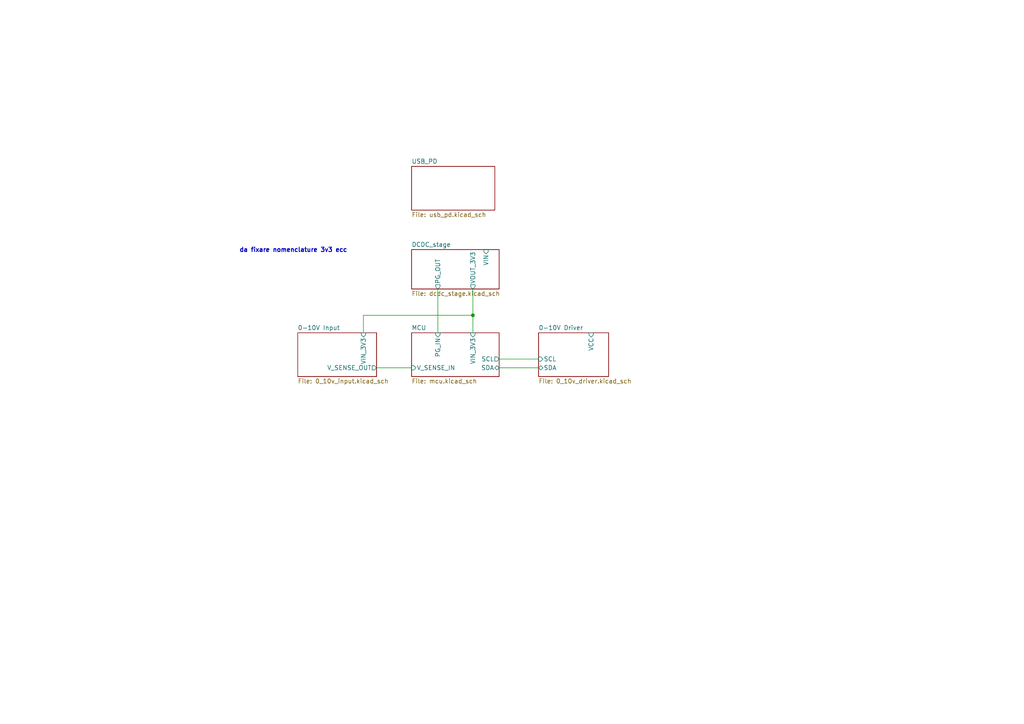
<source format=kicad_sch>
(kicad_sch
	(version 20250114)
	(generator "eeschema")
	(generator_version "9.0")
	(uuid "6bd10cb8-11ca-4919-a8d8-88b44cd4cac7")
	(paper "A4")
	(lib_symbols)
	(text "da fixare nomenclature 3v3 ecc"
		(exclude_from_sim no)
		(at 85.09 72.644 0)
		(effects
			(font
				(size 1.27 1.27)
				(thickness 0.254)
				(bold yes)
			)
		)
		(uuid "8a3247c9-f4e6-48ff-b903-a40254493fa6")
	)
	(junction
		(at 137.16 91.44)
		(diameter 0)
		(color 0 0 0 0)
		(uuid "3712a7d5-bd35-4efe-a796-301dc3a0a38a")
	)
	(wire
		(pts
			(xy 127 83.82) (xy 127 96.52)
		)
		(stroke
			(width 0)
			(type default)
		)
		(uuid "19c18f95-a6a2-45af-ab03-3a2c8be953b1")
	)
	(wire
		(pts
			(xy 137.16 83.82) (xy 137.16 91.44)
		)
		(stroke
			(width 0)
			(type default)
		)
		(uuid "222952ba-eb62-4029-9557-60a2f2cf1302")
	)
	(wire
		(pts
			(xy 156.21 104.14) (xy 144.78 104.14)
		)
		(stroke
			(width 0)
			(type default)
		)
		(uuid "3cc5b06f-41f0-482c-9459-1b759b63e6ed")
	)
	(wire
		(pts
			(xy 144.78 106.68) (xy 156.21 106.68)
		)
		(stroke
			(width 0)
			(type default)
		)
		(uuid "3e27105e-1cc5-42df-91e7-10502a4567d8")
	)
	(wire
		(pts
			(xy 105.41 96.52) (xy 105.41 91.44)
		)
		(stroke
			(width 0)
			(type default)
		)
		(uuid "6fc90c43-3fc6-4907-ae4c-1478ee6cdebf")
	)
	(wire
		(pts
			(xy 109.22 106.68) (xy 119.38 106.68)
		)
		(stroke
			(width 0)
			(type default)
		)
		(uuid "7bd1f4b2-3660-48e8-b829-de54ea20d8ca")
	)
	(wire
		(pts
			(xy 137.16 91.44) (xy 137.16 96.52)
		)
		(stroke
			(width 0)
			(type default)
		)
		(uuid "c933089d-4ed0-4530-9c70-72502b26a9f2")
	)
	(wire
		(pts
			(xy 105.41 91.44) (xy 137.16 91.44)
		)
		(stroke
			(width 0)
			(type default)
		)
		(uuid "d03a9d62-f543-4a9d-a8d7-d515a310c542")
	)
	(sheet
		(at 156.21 96.52)
		(size 20.32 12.7)
		(exclude_from_sim no)
		(in_bom yes)
		(on_board yes)
		(dnp no)
		(fields_autoplaced yes)
		(stroke
			(width 0.1524)
			(type solid)
		)
		(fill
			(color 0 0 0 0.0000)
		)
		(uuid "05cb01ce-ee85-494b-b020-26ee950ee0e4")
		(property "Sheetname" "0-10V Driver"
			(at 156.21 95.8084 0)
			(effects
				(font
					(size 1.27 1.27)
				)
				(justify left bottom)
			)
		)
		(property "Sheetfile" "0_10v_driver.kicad_sch"
			(at 156.21 109.8046 0)
			(effects
				(font
					(size 1.27 1.27)
				)
				(justify left top)
			)
		)
		(pin "SCL" input
			(at 156.21 104.14 180)
			(uuid "3b8f35c9-1f00-48d0-a7c4-961d88c840a0")
			(effects
				(font
					(size 1.27 1.27)
				)
				(justify left)
			)
		)
		(pin "SDA" bidirectional
			(at 156.21 106.68 180)
			(uuid "13ad16bf-0d52-4ed5-83f4-e7215985b6de")
			(effects
				(font
					(size 1.27 1.27)
				)
				(justify left)
			)
		)
		(pin "VCC" input
			(at 171.45 96.52 90)
			(uuid "c3a0f2c2-f154-47a8-8927-9e720623151b")
			(effects
				(font
					(size 1.27 1.27)
				)
				(justify right)
			)
		)
		(instances
			(project "PCB"
				(path "/6bd10cb8-11ca-4919-a8d8-88b44cd4cac7"
					(page "6")
				)
			)
		)
	)
	(sheet
		(at 119.38 72.39)
		(size 25.4 11.43)
		(exclude_from_sim no)
		(in_bom yes)
		(on_board yes)
		(dnp no)
		(fields_autoplaced yes)
		(stroke
			(width 0.1524)
			(type solid)
		)
		(fill
			(color 0 0 0 0.0000)
		)
		(uuid "3defd80d-ca54-40d3-89df-c500ad5dd04e")
		(property "Sheetname" "DCDC_stage"
			(at 119.38 71.6784 0)
			(effects
				(font
					(size 1.27 1.27)
				)
				(justify left bottom)
			)
		)
		(property "Sheetfile" "dcdc_stage.kicad_sch"
			(at 119.38 84.4046 0)
			(effects
				(font
					(size 1.27 1.27)
				)
				(justify left top)
			)
		)
		(pin "PG_OUT" output
			(at 127 83.82 270)
			(uuid "62d5fa20-b73a-4248-b4bc-23595ae026bd")
			(effects
				(font
					(size 1.27 1.27)
				)
				(justify left)
			)
		)
		(pin "VIN" input
			(at 140.97 72.39 90)
			(uuid "44131818-d5a7-423b-a3ea-de77612010e5")
			(effects
				(font
					(size 1.27 1.27)
				)
				(justify right)
			)
		)
		(pin "VOUT_3V3" output
			(at 137.16 83.82 270)
			(uuid "756ff3f5-83e0-4270-a05b-15f02506e3da")
			(effects
				(font
					(size 1.27 1.27)
				)
				(justify left)
			)
		)
		(instances
			(project "PCB"
				(path "/6bd10cb8-11ca-4919-a8d8-88b44cd4cac7"
					(page "4")
				)
			)
		)
	)
	(sheet
		(at 119.38 48.26)
		(size 24.13 12.7)
		(exclude_from_sim no)
		(in_bom yes)
		(on_board yes)
		(dnp no)
		(fields_autoplaced yes)
		(stroke
			(width 0.1524)
			(type solid)
		)
		(fill
			(color 0 0 0 0.0000)
		)
		(uuid "690f295c-b1a8-46b8-b957-5e9767c6bf0b")
		(property "Sheetname" "USB_PD"
			(at 119.38 47.5484 0)
			(effects
				(font
					(size 1.27 1.27)
				)
				(justify left bottom)
			)
		)
		(property "Sheetfile" "usb_pd.kicad_sch"
			(at 119.38 61.5446 0)
			(effects
				(font
					(size 1.27 1.27)
				)
				(justify left top)
			)
		)
		(instances
			(project "PCB"
				(path "/6bd10cb8-11ca-4919-a8d8-88b44cd4cac7"
					(page "2")
				)
			)
		)
	)
	(sheet
		(at 119.38 96.52)
		(size 25.4 12.7)
		(exclude_from_sim no)
		(in_bom yes)
		(on_board yes)
		(dnp no)
		(fields_autoplaced yes)
		(stroke
			(width 0.1524)
			(type solid)
		)
		(fill
			(color 0 0 0 0.0000)
		)
		(uuid "872fc268-41bf-4357-ba67-172e8e148603")
		(property "Sheetname" "MCU"
			(at 119.38 95.8084 0)
			(effects
				(font
					(size 1.27 1.27)
				)
				(justify left bottom)
			)
		)
		(property "Sheetfile" "mcu.kicad_sch"
			(at 119.38 109.8046 0)
			(effects
				(font
					(size 1.27 1.27)
				)
				(justify left top)
			)
		)
		(pin "SCL" output
			(at 144.78 104.14 0)
			(uuid "3406f8a5-6a18-44c6-8d3c-d454ab8090b6")
			(effects
				(font
					(size 1.27 1.27)
				)
				(justify right)
			)
		)
		(pin "SDA" bidirectional
			(at 144.78 106.68 0)
			(uuid "e42159b4-c89d-466f-9a80-dfadc4a0c6cf")
			(effects
				(font
					(size 1.27 1.27)
				)
				(justify right)
			)
		)
		(pin "V_SENSE_IN" input
			(at 119.38 106.68 180)
			(uuid "e46eb326-0e5d-4d82-b35b-4a80223d0c1c")
			(effects
				(font
					(size 1.27 1.27)
				)
				(justify left)
			)
		)
		(pin "PG_IN" input
			(at 127 96.52 90)
			(uuid "1d6b44c5-5bb6-42b8-b882-2ac08ab17948")
			(effects
				(font
					(size 1.27 1.27)
				)
				(justify right)
			)
		)
		(pin "VIN_3V3" input
			(at 137.16 96.52 90)
			(uuid "935605bd-511a-4cb1-9b8b-4013b12a7b6e")
			(effects
				(font
					(size 1.27 1.27)
				)
				(justify right)
			)
		)
		(instances
			(project "PCB"
				(path "/6bd10cb8-11ca-4919-a8d8-88b44cd4cac7"
					(page "4")
				)
			)
		)
	)
	(sheet
		(at 86.36 96.52)
		(size 22.86 12.7)
		(exclude_from_sim no)
		(in_bom yes)
		(on_board yes)
		(dnp no)
		(fields_autoplaced yes)
		(stroke
			(width 0.1524)
			(type solid)
		)
		(fill
			(color 0 0 0 0.0000)
		)
		(uuid "8cfa68d9-1d86-47fe-9b0a-5b7093a7a1de")
		(property "Sheetname" "0-10V Input"
			(at 86.36 95.8084 0)
			(effects
				(font
					(size 1.27 1.27)
				)
				(justify left bottom)
			)
		)
		(property "Sheetfile" "0_10v_input.kicad_sch"
			(at 86.36 109.8046 0)
			(effects
				(font
					(size 1.27 1.27)
				)
				(justify left top)
			)
		)
		(pin "V_SENSE_OUT" output
			(at 109.22 106.68 0)
			(uuid "3efe32be-0cde-4a81-97d9-d7b7fcd3e1c3")
			(effects
				(font
					(size 1.27 1.27)
				)
				(justify right)
			)
		)
		(pin "VIN_3V3" input
			(at 105.41 96.52 90)
			(uuid "6ec78c32-cd65-4237-9141-b24a7d53922a")
			(effects
				(font
					(size 1.27 1.27)
				)
				(justify right)
			)
		)
		(instances
			(project "PCB"
				(path "/6bd10cb8-11ca-4919-a8d8-88b44cd4cac7"
					(page "6")
				)
			)
		)
	)
	(sheet_instances
		(path "/"
			(page "1")
		)
	)
	(embedded_fonts no)
)

</source>
